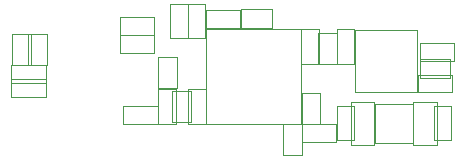
<source format=gbr>
G04 #@! TF.FileFunction,Other,User*
%FSLAX46Y46*%
G04 Gerber Fmt 4.6, Leading zero omitted, Abs format (unit mm)*
G04 Created by KiCad (PCBNEW 4.0.2-stable) date 2016年10月18日 星期二 03:38:32*
%MOMM*%
G01*
G04 APERTURE LIST*
%ADD10C,0.100000*%
%ADD11C,0.050000*%
G04 APERTURE END LIST*
D10*
D11*
X179950000Y-100750000D02*
X179950000Y-97150000D01*
X181950000Y-100750000D02*
X181950000Y-97150000D01*
X179950000Y-100750000D02*
X181950000Y-100750000D01*
X179950000Y-97150000D02*
X181950000Y-97150000D01*
X181650000Y-100375000D02*
X181650000Y-97475000D01*
X183150000Y-100375000D02*
X183150000Y-97475000D01*
X181650000Y-100375000D02*
X183150000Y-100375000D01*
X181650000Y-97475000D02*
X183150000Y-97475000D01*
X173450000Y-100375000D02*
X173450000Y-97475000D01*
X174950000Y-100375000D02*
X174950000Y-97475000D01*
X173450000Y-100375000D02*
X174950000Y-100375000D01*
X173450000Y-97475000D02*
X174950000Y-97475000D01*
X174650000Y-100725000D02*
X174650000Y-97125000D01*
X176650000Y-100725000D02*
X176650000Y-97125000D01*
X174650000Y-100725000D02*
X176650000Y-100725000D01*
X174650000Y-97125000D02*
X176650000Y-97125000D01*
X171946000Y-90967200D02*
X171946000Y-93867200D01*
X170446000Y-90967200D02*
X170446000Y-93867200D01*
X171946000Y-90967200D02*
X170446000Y-90967200D01*
X171946000Y-93867200D02*
X170446000Y-93867200D01*
X157975000Y-92975000D02*
X155075000Y-92975000D01*
X157975000Y-91475000D02*
X155075000Y-91475000D01*
X157975000Y-92975000D02*
X157975000Y-91475000D01*
X155075000Y-92975000D02*
X155075000Y-91475000D01*
X158281600Y-98946400D02*
X155381600Y-98946400D01*
X158281600Y-97446400D02*
X155381600Y-97446400D01*
X158281600Y-98946400D02*
X158281600Y-97446400D01*
X155381600Y-98946400D02*
X155381600Y-97446400D01*
X162344800Y-96047200D02*
X162344800Y-98947200D01*
X160844800Y-96047200D02*
X160844800Y-98947200D01*
X162344800Y-96047200D02*
X160844800Y-96047200D01*
X162344800Y-98947200D02*
X160844800Y-98947200D01*
X160825000Y-91725000D02*
X160825000Y-88825000D01*
X162325000Y-91725000D02*
X162325000Y-88825000D01*
X160825000Y-91725000D02*
X162325000Y-91725000D01*
X160825000Y-88825000D02*
X162325000Y-88825000D01*
X159804800Y-96047200D02*
X159804800Y-98947200D01*
X158304800Y-96047200D02*
X158304800Y-98947200D01*
X159804800Y-96047200D02*
X158304800Y-96047200D01*
X159804800Y-98947200D02*
X158304800Y-98947200D01*
X162392000Y-89369200D02*
X165292000Y-89369200D01*
X162392000Y-90869200D02*
X165292000Y-90869200D01*
X162392000Y-89369200D02*
X162392000Y-90869200D01*
X165292000Y-89369200D02*
X165292000Y-90869200D01*
X159325000Y-91725000D02*
X159325000Y-88825000D01*
X160825000Y-91725000D02*
X160825000Y-88825000D01*
X159325000Y-91725000D02*
X160825000Y-91725000D01*
X159325000Y-88825000D02*
X160825000Y-88825000D01*
X173375000Y-100475000D02*
X170475000Y-100475000D01*
X173375000Y-98975000D02*
X170475000Y-98975000D01*
X173375000Y-100475000D02*
X173375000Y-98975000D01*
X170475000Y-100475000D02*
X170475000Y-98975000D01*
X155100000Y-89950000D02*
X158000000Y-89950000D01*
X155100000Y-91450000D02*
X158000000Y-91450000D01*
X155100000Y-89950000D02*
X155100000Y-91450000D01*
X158000000Y-89950000D02*
X158000000Y-91450000D01*
X148809190Y-95484258D02*
X145909190Y-95484258D01*
X148809190Y-93984258D02*
X145909190Y-93984258D01*
X148809190Y-95484258D02*
X148809190Y-93984258D01*
X145909190Y-95484258D02*
X145909190Y-93984258D01*
X148809190Y-96684258D02*
X145909190Y-96684258D01*
X148809190Y-95184258D02*
X145909190Y-95184258D01*
X148809190Y-96684258D02*
X148809190Y-95184258D01*
X145909190Y-96684258D02*
X145909190Y-95184258D01*
X183250000Y-96300000D02*
X180350000Y-96300000D01*
X183250000Y-94800000D02*
X180350000Y-94800000D01*
X183250000Y-96300000D02*
X183250000Y-94800000D01*
X180350000Y-96300000D02*
X180350000Y-94800000D01*
X173450000Y-93875000D02*
X173450000Y-90975000D01*
X174950000Y-93875000D02*
X174950000Y-90975000D01*
X173450000Y-93875000D02*
X174950000Y-93875000D01*
X173450000Y-90975000D02*
X174950000Y-90975000D01*
X180500000Y-92150000D02*
X183400000Y-92150000D01*
X180500000Y-93650000D02*
X183400000Y-93650000D01*
X180500000Y-92150000D02*
X180500000Y-93650000D01*
X183400000Y-92150000D02*
X183400000Y-93650000D01*
X170500000Y-99000000D02*
X170500000Y-101600000D01*
X168900000Y-99000000D02*
X168900000Y-101600000D01*
X170500000Y-99000000D02*
X168900000Y-99000000D01*
X170500000Y-101600000D02*
X168900000Y-101600000D01*
X167950000Y-90875000D02*
X165350000Y-90875000D01*
X167950000Y-89275000D02*
X165350000Y-89275000D01*
X167950000Y-90875000D02*
X167950000Y-89275000D01*
X165350000Y-90875000D02*
X165350000Y-89275000D01*
X159905600Y-93352400D02*
X159905600Y-95952400D01*
X158305600Y-93352400D02*
X158305600Y-95952400D01*
X159905600Y-93352400D02*
X158305600Y-93352400D01*
X159905600Y-95952400D02*
X158305600Y-95952400D01*
X159524800Y-98824000D02*
X159524800Y-96224000D01*
X161124800Y-98824000D02*
X161124800Y-96224000D01*
X159524800Y-98824000D02*
X161124800Y-98824000D01*
X159524800Y-96224000D02*
X161124800Y-96224000D01*
X147297597Y-93960111D02*
X147297597Y-91360111D01*
X148897597Y-93960111D02*
X148897597Y-91360111D01*
X147297597Y-93960111D02*
X148897597Y-93960111D01*
X147297597Y-91360111D02*
X148897597Y-91360111D01*
X172075000Y-96350000D02*
X172075000Y-98950000D01*
X170475000Y-96350000D02*
X170475000Y-98950000D01*
X172075000Y-96350000D02*
X170475000Y-96350000D01*
X172075000Y-98950000D02*
X170475000Y-98950000D01*
X173450000Y-91275000D02*
X173450000Y-93875000D01*
X171850000Y-91275000D02*
X171850000Y-93875000D01*
X173450000Y-91275000D02*
X171850000Y-91275000D01*
X173450000Y-93875000D02*
X171850000Y-93875000D01*
X147547597Y-91360111D02*
X147547597Y-93960111D01*
X145947597Y-91360111D02*
X145947597Y-93960111D01*
X147547597Y-91360111D02*
X145947597Y-91360111D01*
X147547597Y-93960111D02*
X145947597Y-93960111D01*
X180475000Y-93450000D02*
X183075000Y-93450000D01*
X180475000Y-95050000D02*
X183075000Y-95050000D01*
X180475000Y-93450000D02*
X180475000Y-95050000D01*
X183075000Y-93450000D02*
X183075000Y-95050000D01*
X179876780Y-97300000D02*
X179876780Y-100600000D01*
X179876780Y-100600000D02*
X176676780Y-100600000D01*
X176676780Y-100600000D02*
X176676780Y-97300000D01*
X176676780Y-97300000D02*
X179876780Y-97300000D01*
X174975000Y-96300000D02*
X180275000Y-96300000D01*
X174975000Y-91000000D02*
X180275000Y-91000000D01*
X174975000Y-96300000D02*
X174975000Y-91000000D01*
X180275000Y-96300000D02*
X180275000Y-91000000D01*
X162414000Y-90948800D02*
X162414000Y-98948800D01*
X170414000Y-90948800D02*
X170414000Y-98948800D01*
X162414000Y-90948800D02*
X170414000Y-90948800D01*
X162414000Y-98948800D02*
X170414000Y-98948800D01*
M02*

</source>
